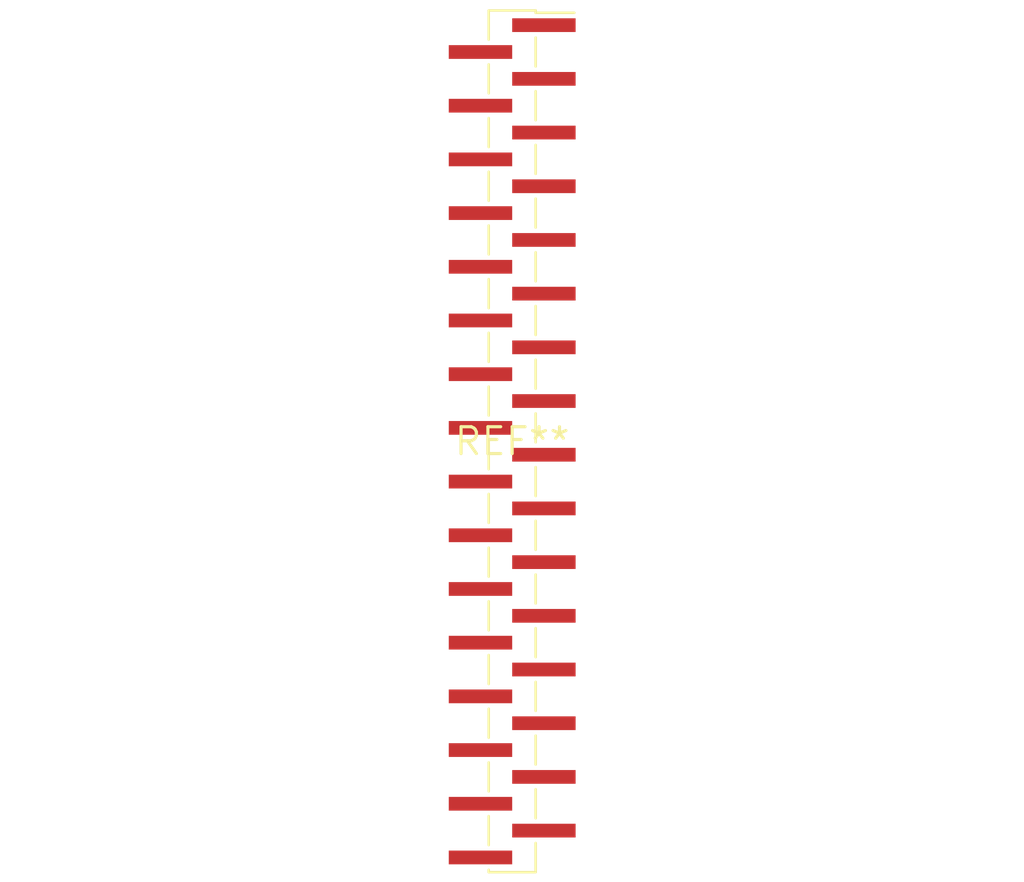
<source format=kicad_pcb>
(kicad_pcb (version 20240108) (generator pcbnew)
  (layers (0 "F.Cu" signal) (31 "B.Cu" signal) (34 "B.Paste" user) (35 "F.Paste" user) (36 "B.SilkS" user "B.Silkscreen") (37 "F.SilkS" user "F.Silkscreen") (38 "B.Mask" user) (39 "F.Mask" user) (44 "Edge.Cuts" user))
  (net 0 "")
  (footprint "PinHeader_1x32_P1.27mm_Vertical_SMD_Pin1Right" (layer "F.Cu") (at 0 0)
    (property "Reference" "REF**")
    (property "Value" "PinHeader_1x32_P1.27mm_Vertical_SMD_Pin1Right")
    (fp_line (start -1.11 -20.38) (end 1.11 -20.38) (layer "F.SilkS") (stroke (width 0.12)))
    (fp_line (start -1.11 -20.37) (end -1.11 -19) (layer "F.SilkS") (stroke (width 0.12)))
    (fp_line (start -1.11 -17.83) (end -1.11 -16.46) (layer "F.SilkS") (stroke (width 0.12)))
    (fp_line (start -1.11 -15.29) (end -1.11 -13.92) (layer "F.SilkS") (stroke (width 0.12)))
    (fp_line (start -1.11 -12.75) (end -1.11 -11.38) (layer "F.SilkS") (stroke (width 0.12)))
    (fp_line (start -1.11 -10.21) (end -1.11 -8.84) (layer "F.SilkS") (stroke (width 0.12)))
    (fp_line (start -1.11 -7.67) (end -1.11 -6.3) (layer "F.SilkS") (stroke (width 0.12)))
    (fp_line (start -1.11 -5.13) (end -1.11 -3.76) (layer "F.SilkS") (stroke (width 0.12)))
    (fp_line (start -1.11 -2.59) (end -1.11 -1.22) (layer "F.SilkS") (stroke (width 0.12)))
    (fp_line (start -1.11 -0.05) (end -1.11 1.32) (layer "F.SilkS") (stroke (width 0.12)))
    (fp_line (start -1.11 2.49) (end -1.11 3.86) (layer "F.SilkS") (stroke (width 0.12)))
    (fp_line (start -1.11 5.03) (end -1.11 6.4) (layer "F.SilkS") (stroke (width 0.12)))
    (fp_line (start -1.11 7.57) (end -1.11 8.94) (layer "F.SilkS") (stroke (width 0.12)))
    (fp_line (start -1.11 10.11) (end -1.11 11.48) (layer "F.SilkS") (stroke (width 0.12)))
    (fp_line (start -1.11 12.65) (end -1.11 14.02) (layer "F.SilkS") (stroke (width 0.12)))
    (fp_line (start -1.11 15.19) (end -1.11 16.56) (layer "F.SilkS") (stroke (width 0.12)))
    (fp_line (start -1.11 17.73) (end -1.11 19.1) (layer "F.SilkS") (stroke (width 0.12)))
    (fp_line (start -1.11 20.27) (end -1.11 20.38) (layer "F.SilkS") (stroke (width 0.12)))
    (fp_line (start -1.11 20.38) (end 1.11 20.38) (layer "F.SilkS") (stroke (width 0.12)))
    (fp_line (start 1.11 -20.38) (end 1.11 -20.27) (layer "F.SilkS") (stroke (width 0.12)))
    (fp_line (start 1.11 -20.27) (end 2.94 -20.27) (layer "F.SilkS") (stroke (width 0.12)))
    (fp_line (start 1.11 -19.1) (end 1.11 -17.73) (layer "F.SilkS") (stroke (width 0.12)))
    (fp_line (start 1.11 -16.56) (end 1.11 -15.19) (layer "F.SilkS") (stroke (width 0.12)))
    (fp_line (start 1.11 -14.02) (end 1.11 -12.65) (layer "F.SilkS") (stroke (width 0.12)))
    (fp_line (start 1.11 -11.48) (end 1.11 -10.11) (layer "F.SilkS") (stroke (width 0.12)))
    (fp_line (start 1.11 -8.94) (end 1.11 -7.57) (layer "F.SilkS") (stroke (width 0.12)))
    (fp_line (start 1.11 -6.4) (end 1.11 -5.03) (layer "F.SilkS") (stroke (width 0.12)))
    (fp_line (start 1.11 -3.86) (end 1.11 -2.49) (layer "F.SilkS") (stroke (width 0.12)))
    (fp_line (start 1.11 -1.32) (end 1.11 0.05) (layer "F.SilkS") (stroke (width 0.12)))
    (fp_line (start 1.11 1.22) (end 1.11 2.59) (layer "F.SilkS") (stroke (width 0.12)))
    (fp_line (start 1.11 3.76) (end 1.11 5.13) (layer "F.SilkS") (stroke (width 0.12)))
    (fp_line (start 1.11 6.3) (end 1.11 7.67) (layer "F.SilkS") (stroke (width 0.12)))
    (fp_line (start 1.11 8.84) (end 1.11 10.21) (layer "F.SilkS") (stroke (width 0.12)))
    (fp_line (start 1.11 11.38) (end 1.11 12.75) (layer "F.SilkS") (stroke (width 0.12)))
    (fp_line (start 1.11 13.92) (end 1.11 15.29) (layer "F.SilkS") (stroke (width 0.12)))
    (fp_line (start 1.11 16.46) (end 1.11 17.83) (layer "F.SilkS") (stroke (width 0.12)))
    (fp_line (start 1.11 19) (end 1.11 20.37) (layer "F.SilkS") (stroke (width 0.12)))
    (pad "1" smd rect (at 1.5 -19.685) (size 3 0.65) (layers "F.Cu" "F.Paste" "F.Mask"))
    (pad "2" smd rect (at -1.5 -18.415) (size 3 0.65) (layers "F.Cu" "F.Paste" "F.Mask"))
    (pad "3" smd rect (at 1.5 -17.145) (size 3 0.65) (layers "F.Cu" "F.Paste" "F.Mask"))
    (pad "4" smd rect (at -1.5 -15.875) (size 3 0.65) (layers "F.Cu" "F.Paste" "F.Mask"))
    (pad "5" smd rect (at 1.5 -14.605) (size 3 0.65) (layers "F.Cu" "F.Paste" "F.Mask"))
    (pad "6" smd rect (at -1.5 -13.335) (size 3 0.65) (layers "F.Cu" "F.Paste" "F.Mask"))
    (pad "7" smd rect (at 1.5 -12.065) (size 3 0.65) (layers "F.Cu" "F.Paste" "F.Mask"))
    (pad "8" smd rect (at -1.5 -10.795) (size 3 0.65) (layers "F.Cu" "F.Paste" "F.Mask"))
    (pad "9" smd rect (at 1.5 -9.525) (size 3 0.65) (layers "F.Cu" "F.Paste" "F.Mask"))
    (pad "10" smd rect (at -1.5 -8.255) (size 3 0.65) (layers "F.Cu" "F.Paste" "F.Mask"))
    (pad "11" smd rect (at 1.5 -6.985) (size 3 0.65) (layers "F.Cu" "F.Paste" "F.Mask"))
    (pad "12" smd rect (at -1.5 -5.715) (size 3 0.65) (layers "F.Cu" "F.Paste" "F.Mask"))
    (pad "13" smd rect (at 1.5 -4.445) (size 3 0.65) (layers "F.Cu" "F.Paste" "F.Mask"))
    (pad "14" smd rect (at -1.5 -3.175) (size 3 0.65) (layers "F.Cu" "F.Paste" "F.Mask"))
    (pad "15" smd rect (at 1.5 -1.905) (size 3 0.65) (layers "F.Cu" "F.Paste" "F.Mask"))
    (pad "16" smd rect (at -1.5 -0.635) (size 3 0.65) (layers "F.Cu" "F.Paste" "F.Mask"))
    (pad "17" smd rect (at 1.5 0.635) (size 3 0.65) (layers "F.Cu" "F.Paste" "F.Mask"))
    (pad "18" smd rect (at -1.5 1.905) (size 3 0.65) (layers "F.Cu" "F.Paste" "F.Mask"))
    (pad "19" smd rect (at 1.5 3.175) (size 3 0.65) (layers "F.Cu" "F.Paste" "F.Mask"))
    (pad "20" smd rect (at -1.5 4.445) (size 3 0.65) (layers "F.Cu" "F.Paste" "F.Mask"))
    (pad "21" smd rect (at 1.5 5.715) (size 3 0.65) (layers "F.Cu" "F.Paste" "F.Mask"))
    (pad "22" smd rect (at -1.5 6.985) (size 3 0.65) (layers "F.Cu" "F.Paste" "F.Mask"))
    (pad "23" smd rect (at 1.5 8.255) (size 3 0.65) (layers "F.Cu" "F.Paste" "F.Mask"))
    (pad "24" smd rect (at -1.5 9.525) (size 3 0.65) (layers "F.Cu" "F.Paste" "F.Mask"))
    (pad "25" smd rect (at 1.5 10.795) (size 3 0.65) (layers "F.Cu" "F.Paste" "F.Mask"))
    (pad "26" smd rect (at -1.5 12.065) (size 3 0.65) (layers "F.Cu" "F.Paste" "F.Mask"))
    (pad "27" smd rect (at 1.5 13.335) (size 3 0.65) (layers "F.Cu" "F.Paste" "F.Mask"))
    (pad "28" smd rect (at -1.5 14.605) (size 3 0.65) (layers "F.Cu" "F.Paste" "F.Mask"))
    (pad "29" smd rect (at 1.5 15.875) (size 3 0.65) (layers "F.Cu" "F.Paste" "F.Mask"))
    (pad "30" smd rect (at -1.5 17.145) (size 3 0.65) (layers "F.Cu" "F.Paste" "F.Mask"))
    (pad "31" smd rect (at 1.5 18.415) (size 3 0.65) (layers "F.Cu" "F.Paste" "F.Mask"))
    (pad "32" smd rect (at -1.5 19.685) (size 3 0.65) (layers "F.Cu" "F.Paste" "F.Mask"))
  )
)
</source>
